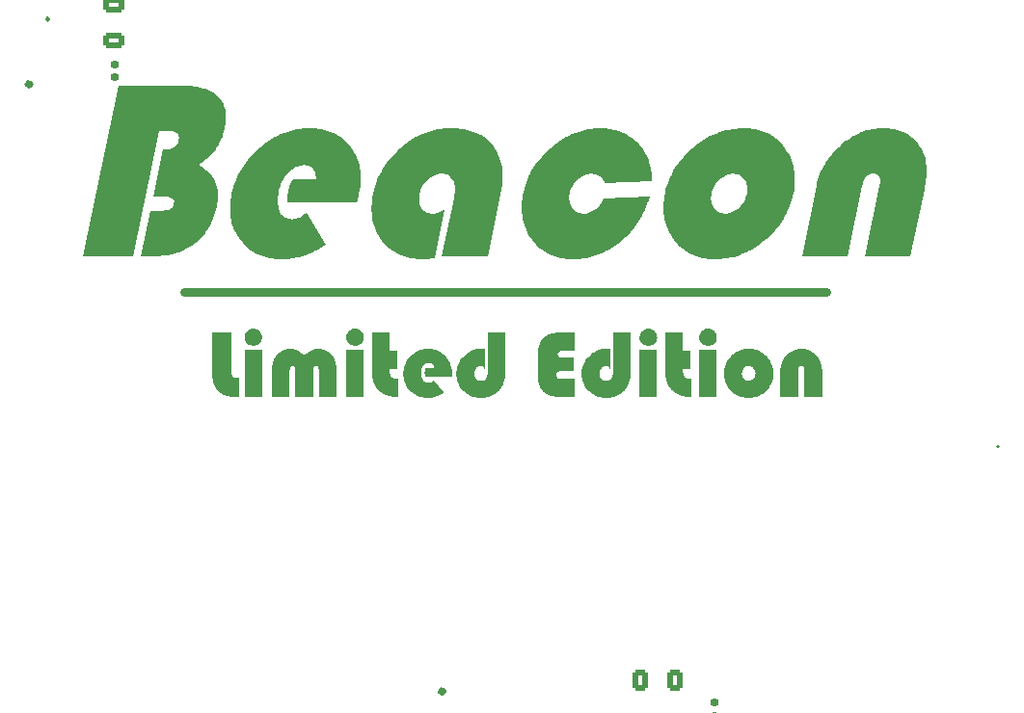
<source format=gto>
G04 #@! TF.GenerationSoftware,KiCad,Pcbnew,7.0.1*
G04 #@! TF.CreationDate,2023-10-11T18:56:37-05:00*
G04 #@! TF.ProjectId,Audio_Board,41756469-6f5f-4426-9f61-72642e6b6963,1*
G04 #@! TF.SameCoordinates,Original*
G04 #@! TF.FileFunction,Legend,Top*
G04 #@! TF.FilePolarity,Positive*
%FSLAX46Y46*%
G04 Gerber Fmt 4.6, Leading zero omitted, Abs format (unit mm)*
G04 Created by KiCad (PCBNEW 7.0.1) date 2023-10-11 18:56:37*
%MOMM*%
%LPD*%
G01*
G04 APERTURE LIST*
G04 Aperture macros list*
%AMRoundRect*
0 Rectangle with rounded corners*
0 $1 Rounding radius*
0 $2 $3 $4 $5 $6 $7 $8 $9 X,Y pos of 4 corners*
0 Add a 4 corners polygon primitive as box body*
4,1,4,$2,$3,$4,$5,$6,$7,$8,$9,$2,$3,0*
0 Add four circle primitives for the rounded corners*
1,1,$1+$1,$2,$3*
1,1,$1+$1,$4,$5*
1,1,$1+$1,$6,$7*
1,1,$1+$1,$8,$9*
0 Add four rect primitives between the rounded corners*
20,1,$1+$1,$2,$3,$4,$5,0*
20,1,$1+$1,$4,$5,$6,$7,0*
20,1,$1+$1,$6,$7,$8,$9,0*
20,1,$1+$1,$8,$9,$2,$3,0*%
G04 Aperture macros list end*
%ADD10C,0.800000*%
%ADD11C,1.000000*%
%ADD12C,0.750000*%
%ADD13C,0.238803*%
%ADD14C,0.200000*%
%ADD15C,0.600000*%
%ADD16C,3.200000*%
%ADD17RoundRect,0.155000X0.155000X-0.212500X0.155000X0.212500X-0.155000X0.212500X-0.155000X-0.212500X0*%
%ADD18RoundRect,0.250000X0.650000X-0.412500X0.650000X0.412500X-0.650000X0.412500X-0.650000X-0.412500X0*%
%ADD19R,0.725000X0.250000*%
%ADD20R,0.775000X0.250000*%
%ADD21RoundRect,0.100000X-0.100000X0.217500X-0.100000X-0.217500X0.100000X-0.217500X0.100000X0.217500X0*%
%ADD22C,0.650000*%
%ADD23RoundRect,0.150000X-0.150000X-0.425000X0.150000X-0.425000X0.150000X0.425000X-0.150000X0.425000X0*%
%ADD24RoundRect,0.075000X-0.075000X-0.500000X0.075000X-0.500000X0.075000X0.500000X-0.075000X0.500000X0*%
%ADD25O,1.000000X2.100000*%
%ADD26O,1.000000X1.800000*%
%ADD27RoundRect,0.155000X-0.212500X-0.155000X0.212500X-0.155000X0.212500X0.155000X-0.212500X0.155000X0*%
%ADD28C,1.300000*%
%ADD29RoundRect,0.155000X0.212500X0.155000X-0.212500X0.155000X-0.212500X-0.155000X0.212500X-0.155000X0*%
%ADD30C,1.000000*%
%ADD31C,2.250000*%
%ADD32RoundRect,0.250000X0.412500X0.650000X-0.412500X0.650000X-0.412500X-0.650000X0.412500X-0.650000X0*%
%ADD33RoundRect,0.100000X0.217500X0.100000X-0.217500X0.100000X-0.217500X-0.100000X0.217500X-0.100000X0*%
%ADD34C,2.704000*%
G04 APERTURE END LIST*
D10*
X243221035Y-49615000D02*
X186826035Y-49615000D01*
D11*
G36*
X181112800Y-31438719D02*
G01*
X186443156Y-31438719D01*
X186734255Y-31442463D01*
X187014532Y-31453694D01*
X187283985Y-31472413D01*
X187542615Y-31498620D01*
X187790422Y-31532314D01*
X188027407Y-31573495D01*
X188253568Y-31622164D01*
X188468906Y-31678321D01*
X188673421Y-31741966D01*
X188867114Y-31813097D01*
X189049983Y-31891717D01*
X189222029Y-31977824D01*
X189383252Y-32071419D01*
X189533652Y-32172501D01*
X189673229Y-32281071D01*
X189801984Y-32397128D01*
X189919915Y-32520673D01*
X190027023Y-32651705D01*
X190123308Y-32790225D01*
X190208770Y-32936233D01*
X190283409Y-33089728D01*
X190347225Y-33250711D01*
X190400218Y-33419181D01*
X190442388Y-33595139D01*
X190473735Y-33778585D01*
X190494259Y-33969518D01*
X190503960Y-34167938D01*
X190502838Y-34373846D01*
X190490893Y-34587242D01*
X190468125Y-34808125D01*
X190434534Y-35036496D01*
X190390120Y-35272355D01*
X190334952Y-35507255D01*
X190268121Y-35737149D01*
X190189627Y-35962035D01*
X190099471Y-36181915D01*
X189997653Y-36396788D01*
X189884171Y-36606653D01*
X189759027Y-36811512D01*
X189622221Y-37011364D01*
X189473752Y-37206209D01*
X189313620Y-37396046D01*
X189141826Y-37580877D01*
X188958369Y-37760701D01*
X188763249Y-37935518D01*
X188556467Y-38105327D01*
X188338022Y-38270130D01*
X188107915Y-38429926D01*
X188365072Y-38566244D01*
X188601164Y-38715324D01*
X188816189Y-38877165D01*
X189010148Y-39051769D01*
X189183042Y-39239133D01*
X189334869Y-39439260D01*
X189465631Y-39652148D01*
X189575326Y-39877798D01*
X189663956Y-40116209D01*
X189731519Y-40367383D01*
X189778017Y-40631318D01*
X189803449Y-40908014D01*
X189807815Y-41197472D01*
X189791115Y-41499692D01*
X189774865Y-41655588D01*
X189753349Y-41814674D01*
X189726566Y-41976951D01*
X189694517Y-42142418D01*
X189636524Y-42395133D01*
X189569037Y-42641345D01*
X189492055Y-42881054D01*
X189405577Y-43114260D01*
X189309605Y-43340963D01*
X189204138Y-43561163D01*
X189089176Y-43774860D01*
X188964719Y-43982055D01*
X188830767Y-44182746D01*
X188687320Y-44376934D01*
X188534378Y-44564620D01*
X188371942Y-44745802D01*
X188200010Y-44920481D01*
X188018583Y-45088658D01*
X187827662Y-45250331D01*
X187627245Y-45405502D01*
X187478227Y-45510889D01*
X187328658Y-45610162D01*
X187178541Y-45703322D01*
X187027873Y-45790368D01*
X186876656Y-45871300D01*
X186724890Y-45946118D01*
X186572574Y-46014823D01*
X186419709Y-46077414D01*
X186266294Y-46133891D01*
X186112329Y-46184255D01*
X186009381Y-46214434D01*
X185850516Y-46255639D01*
X185683133Y-46292790D01*
X185507233Y-46325889D01*
X185322814Y-46354935D01*
X185129877Y-46379928D01*
X184928423Y-46400868D01*
X184718450Y-46417755D01*
X184499960Y-46430589D01*
X184272951Y-46439370D01*
X184037425Y-46444099D01*
X183875675Y-46445000D01*
X183047203Y-46445000D01*
X183879583Y-42443325D01*
X184618173Y-42443325D01*
X184776687Y-42441127D01*
X184959030Y-42432196D01*
X185123817Y-42416397D01*
X185298390Y-42388370D01*
X185470108Y-42343170D01*
X185571697Y-42302641D01*
X185707985Y-42216912D01*
X185827443Y-42088352D01*
X185903524Y-41945531D01*
X185946854Y-41798524D01*
X185956166Y-41624024D01*
X185888755Y-41453664D01*
X185767092Y-41344232D01*
X185585894Y-41264376D01*
X185398071Y-41221786D01*
X185232200Y-41202266D01*
X185044896Y-41193393D01*
X184977699Y-41192801D01*
X184137503Y-41192801D01*
X184993330Y-37089521D01*
X185209978Y-37081965D01*
X185408558Y-37059296D01*
X185589073Y-37021515D01*
X185751521Y-36968621D01*
X185895903Y-36900615D01*
X186060309Y-36786431D01*
X186192597Y-36645381D01*
X186292767Y-36477464D01*
X186360819Y-36282681D01*
X186372814Y-36229787D01*
X186394307Y-36044773D01*
X186376722Y-35884427D01*
X186299785Y-35718686D01*
X186161788Y-35591489D01*
X186007427Y-35517483D01*
X185813986Y-35468146D01*
X185643261Y-35447332D01*
X185450553Y-35440394D01*
X184645529Y-35440394D01*
X182359416Y-46445000D01*
X177994307Y-46445000D01*
X181112800Y-31438719D01*
G37*
G36*
X202004356Y-41693011D02*
G01*
X195908055Y-41693011D01*
X195898987Y-41513904D01*
X195898163Y-41340019D01*
X195905582Y-41171354D01*
X195921244Y-41007909D01*
X195945149Y-40849686D01*
X195954949Y-40798105D01*
X195996165Y-40622727D01*
X196046540Y-40448303D01*
X196106075Y-40274834D01*
X196174768Y-40102318D01*
X196252620Y-39930757D01*
X196339632Y-39760149D01*
X196377001Y-39692173D01*
X198420825Y-39692173D01*
X198419280Y-39468691D01*
X198397057Y-39267191D01*
X198354158Y-39087672D01*
X198290583Y-38930136D01*
X198206330Y-38794581D01*
X198061830Y-38648035D01*
X197929332Y-38563771D01*
X197776158Y-38501489D01*
X197602306Y-38461189D01*
X197407778Y-38442871D01*
X197338341Y-38441650D01*
X197152899Y-38451969D01*
X196971732Y-38482927D01*
X196794839Y-38534523D01*
X196622221Y-38606758D01*
X196453876Y-38699631D01*
X196289806Y-38813143D01*
X196130010Y-38947294D01*
X196012968Y-39061450D01*
X195974489Y-39102083D01*
X195863652Y-39228478D01*
X195759754Y-39361468D01*
X195662793Y-39501053D01*
X195572770Y-39647233D01*
X195489686Y-39800006D01*
X195413539Y-39959375D01*
X195344331Y-40125338D01*
X195282060Y-40297896D01*
X195226728Y-40477048D01*
X195178333Y-40662794D01*
X195149925Y-40790289D01*
X195112899Y-40988183D01*
X195085353Y-41178864D01*
X195067287Y-41362333D01*
X195058700Y-41538588D01*
X195059593Y-41707631D01*
X195069966Y-41869461D01*
X195098542Y-42074014D01*
X195143972Y-42265745D01*
X195206253Y-42444653D01*
X195243714Y-42529298D01*
X195330420Y-42685003D01*
X195430316Y-42819947D01*
X195543400Y-42934131D01*
X195669674Y-43027554D01*
X195809136Y-43100216D01*
X195961788Y-43152117D01*
X196127629Y-43183258D01*
X196306659Y-43193639D01*
X196496634Y-43179518D01*
X196651362Y-43147889D01*
X196808532Y-43098186D01*
X196968145Y-43030408D01*
X197130200Y-42944557D01*
X197294698Y-42840631D01*
X197461638Y-42718632D01*
X197588446Y-42615272D01*
X199300099Y-45393778D01*
X199065779Y-45551361D01*
X198830787Y-45698777D01*
X198595123Y-45836026D01*
X198358787Y-45963108D01*
X198121780Y-46080024D01*
X197884101Y-46186774D01*
X197645751Y-46283357D01*
X197406729Y-46369773D01*
X197167035Y-46446022D01*
X196926670Y-46512105D01*
X196685632Y-46568022D01*
X196443924Y-46613771D01*
X196201543Y-46649354D01*
X195958491Y-46674771D01*
X195714767Y-46690021D01*
X195470372Y-46695104D01*
X195176227Y-46688662D01*
X194890722Y-46669337D01*
X194613858Y-46637127D01*
X194345633Y-46592034D01*
X194086049Y-46534057D01*
X193835105Y-46463196D01*
X193592800Y-46379451D01*
X193359136Y-46282822D01*
X193134112Y-46173310D01*
X192917728Y-46050914D01*
X192709985Y-45915634D01*
X192510881Y-45767470D01*
X192320417Y-45606422D01*
X192138594Y-45432491D01*
X191965410Y-45245676D01*
X191800867Y-45045976D01*
X191648108Y-44836752D01*
X191509302Y-44621360D01*
X191384448Y-44399801D01*
X191273547Y-44172076D01*
X191176598Y-43938183D01*
X191093601Y-43698122D01*
X191024556Y-43451895D01*
X190969464Y-43199501D01*
X190928325Y-42940939D01*
X190901137Y-42676210D01*
X190887903Y-42405314D01*
X190888620Y-42128251D01*
X190903290Y-41845021D01*
X190931912Y-41555624D01*
X190974487Y-41260060D01*
X191031014Y-40958328D01*
X191099814Y-40658398D01*
X191180185Y-40364330D01*
X191272127Y-40076123D01*
X191375640Y-39793778D01*
X191490724Y-39517295D01*
X191617380Y-39246674D01*
X191755606Y-38981915D01*
X191905403Y-38723018D01*
X192066771Y-38469982D01*
X192239710Y-38222808D01*
X192424221Y-37981496D01*
X192620302Y-37746046D01*
X192827954Y-37516458D01*
X193047177Y-37292732D01*
X193161128Y-37183066D01*
X193277971Y-37074867D01*
X193397708Y-36968133D01*
X193520337Y-36862864D01*
X193645042Y-36759962D01*
X193770518Y-36660326D01*
X193896765Y-36563957D01*
X194023782Y-36470854D01*
X194280130Y-36294450D01*
X194539562Y-36131113D01*
X194802077Y-35980842D01*
X195067676Y-35843639D01*
X195336359Y-35719502D01*
X195608125Y-35608433D01*
X195882974Y-35510430D01*
X196160907Y-35425495D01*
X196441924Y-35353627D01*
X196726024Y-35294825D01*
X197013208Y-35249091D01*
X197303475Y-35216423D01*
X197596826Y-35196823D01*
X197893261Y-35190289D01*
X198180628Y-35196746D01*
X198459477Y-35216118D01*
X198729808Y-35248404D01*
X198991621Y-35293604D01*
X199244916Y-35351718D01*
X199489693Y-35422747D01*
X199725952Y-35506690D01*
X199953693Y-35603548D01*
X200172916Y-35713320D01*
X200383622Y-35836006D01*
X200585809Y-35971607D01*
X200779478Y-36120122D01*
X200964630Y-36281551D01*
X201141263Y-36455894D01*
X201309378Y-36643152D01*
X201468976Y-36843325D01*
X201617491Y-37052473D01*
X201752359Y-37267636D01*
X201873579Y-37488813D01*
X201981153Y-37716004D01*
X202075080Y-37949211D01*
X202155359Y-38188431D01*
X202221992Y-38433666D01*
X202274977Y-38684916D01*
X202314316Y-38942180D01*
X202340007Y-39205458D01*
X202352051Y-39474751D01*
X202350448Y-39750059D01*
X202335198Y-40031381D01*
X202306301Y-40318717D01*
X202263757Y-40612068D01*
X202207566Y-40911434D01*
X202170953Y-41072794D01*
X202131362Y-41229926D01*
X202089689Y-41386639D01*
X202040871Y-41563684D01*
X202004356Y-41693011D01*
G37*
G36*
X209706799Y-42314364D02*
G01*
X208815801Y-46589591D01*
X208658302Y-46619988D01*
X208475853Y-46649664D01*
X208300548Y-46671920D01*
X208132386Y-46686758D01*
X207971369Y-46694177D01*
X207893540Y-46695104D01*
X207595640Y-46688693D01*
X207306685Y-46669459D01*
X207026676Y-46637402D01*
X206755612Y-46592522D01*
X206493494Y-46534820D01*
X206240321Y-46464295D01*
X205996093Y-46380947D01*
X205760811Y-46284776D01*
X205534474Y-46175783D01*
X205317083Y-46053967D01*
X205108637Y-45919328D01*
X204909136Y-45771866D01*
X204718581Y-45611582D01*
X204536971Y-45438475D01*
X204364307Y-45252545D01*
X204200588Y-45053792D01*
X204048806Y-44845392D01*
X203910977Y-44630519D01*
X203787100Y-44409174D01*
X203677175Y-44181357D01*
X203581203Y-43947067D01*
X203499183Y-43706304D01*
X203431116Y-43459070D01*
X203377001Y-43205362D01*
X203336838Y-42945183D01*
X203310628Y-42678531D01*
X203298370Y-42405406D01*
X203300065Y-42125809D01*
X203315711Y-41839740D01*
X203345310Y-41547198D01*
X203388862Y-41248183D01*
X203446366Y-40942697D01*
X203514647Y-40645133D01*
X203594438Y-40353278D01*
X203685739Y-40067132D01*
X203788550Y-39786695D01*
X203902871Y-39511968D01*
X204028702Y-39242950D01*
X204166043Y-38979641D01*
X204314894Y-38722041D01*
X204475254Y-38470150D01*
X204647125Y-38223968D01*
X204830505Y-37983496D01*
X205025396Y-37748733D01*
X205231796Y-37519679D01*
X205449707Y-37296334D01*
X205562978Y-37186803D01*
X205679127Y-37078698D01*
X205798154Y-36972022D01*
X205920058Y-36866772D01*
X206043996Y-36763629D01*
X206168636Y-36663760D01*
X206293978Y-36567166D01*
X206420023Y-36473846D01*
X206674218Y-36297030D01*
X206931223Y-36133311D01*
X207191036Y-35982689D01*
X207453658Y-35845165D01*
X207719089Y-35720739D01*
X207987329Y-35609410D01*
X208258377Y-35511178D01*
X208532235Y-35426045D01*
X208808901Y-35354008D01*
X209088376Y-35295069D01*
X209370659Y-35249228D01*
X209655752Y-35216484D01*
X209943653Y-35196838D01*
X210234363Y-35190289D01*
X210395392Y-35191823D01*
X210553634Y-35196426D01*
X210861762Y-35214836D01*
X211158746Y-35245519D01*
X211444586Y-35288475D01*
X211719283Y-35343704D01*
X211982837Y-35411207D01*
X212235246Y-35490983D01*
X212476513Y-35583032D01*
X212706635Y-35687354D01*
X212925614Y-35803949D01*
X213133449Y-35932818D01*
X213330141Y-36073960D01*
X213515690Y-36227375D01*
X213690094Y-36393063D01*
X213853355Y-36571024D01*
X214005473Y-36761259D01*
X214145699Y-36961645D01*
X214272308Y-37171038D01*
X214385301Y-37389436D01*
X214484677Y-37616842D01*
X214570437Y-37853254D01*
X214642580Y-38098672D01*
X214701107Y-38353097D01*
X214746017Y-38616528D01*
X214777311Y-38888965D01*
X214794988Y-39170409D01*
X214799048Y-39460860D01*
X214789492Y-39760317D01*
X214766320Y-40068780D01*
X214749627Y-40226390D01*
X214729531Y-40386250D01*
X214706030Y-40548363D01*
X214679125Y-40712727D01*
X214648816Y-40879342D01*
X214615103Y-41048210D01*
X213493540Y-46445000D01*
X209472325Y-46445000D01*
X210531362Y-41345209D01*
X210565766Y-41164099D01*
X210591309Y-40990064D01*
X210607990Y-40823105D01*
X210615809Y-40663222D01*
X210612451Y-40461050D01*
X210593339Y-40271456D01*
X210558473Y-40094441D01*
X210507854Y-39930005D01*
X210441481Y-39778147D01*
X210361919Y-39640760D01*
X210244778Y-39494787D01*
X210107983Y-39377436D01*
X209951534Y-39288707D01*
X209775431Y-39228600D01*
X209620398Y-39201123D01*
X209452786Y-39191964D01*
X209295433Y-39200146D01*
X209139911Y-39224692D01*
X208986221Y-39265603D01*
X208834363Y-39322878D01*
X208684337Y-39396517D01*
X208536143Y-39486521D01*
X208389780Y-39592889D01*
X208245249Y-39715621D01*
X208109206Y-39849649D01*
X207986352Y-39989905D01*
X207876687Y-40136390D01*
X207780211Y-40289103D01*
X207696924Y-40448044D01*
X207626827Y-40613213D01*
X207569918Y-40784610D01*
X207526198Y-40962236D01*
X207494508Y-41146639D01*
X207477594Y-41322739D01*
X207475457Y-41490533D01*
X207488097Y-41650024D01*
X207524676Y-41837709D01*
X207584344Y-42012419D01*
X207667100Y-42174154D01*
X207686422Y-42204944D01*
X207794480Y-42345670D01*
X207918376Y-42462544D01*
X208058110Y-42555566D01*
X208213681Y-42624736D01*
X208385090Y-42670055D01*
X208572336Y-42691521D01*
X208651670Y-42693429D01*
X208816533Y-42684175D01*
X208981397Y-42656411D01*
X209146261Y-42610139D01*
X209311125Y-42545357D01*
X209475989Y-42462067D01*
X209640853Y-42360267D01*
X209706799Y-42314364D01*
G37*
G36*
X223689213Y-41376472D02*
G01*
X227706519Y-41224064D01*
X227618256Y-41519690D01*
X227520529Y-41808660D01*
X227413336Y-42090974D01*
X227296680Y-42366632D01*
X227170559Y-42635635D01*
X227034974Y-42897983D01*
X226889924Y-43153674D01*
X226735410Y-43402711D01*
X226571431Y-43645091D01*
X226397988Y-43880816D01*
X226215081Y-44109885D01*
X226022709Y-44332299D01*
X225820873Y-44548057D01*
X225609573Y-44757159D01*
X225388808Y-44959606D01*
X225158578Y-45155397D01*
X224922685Y-45341846D01*
X224683953Y-45516266D01*
X224442382Y-45678657D01*
X224197971Y-45829019D01*
X223950721Y-45967352D01*
X223700631Y-46093656D01*
X223447703Y-46207931D01*
X223191935Y-46310177D01*
X222933327Y-46400395D01*
X222671881Y-46478583D01*
X222407595Y-46544742D01*
X222140469Y-46598872D01*
X221870505Y-46640974D01*
X221597701Y-46671046D01*
X221322057Y-46689090D01*
X221043575Y-46695104D01*
X220752285Y-46688494D01*
X220469482Y-46668665D01*
X220195167Y-46635616D01*
X219929339Y-46589347D01*
X219671998Y-46529859D01*
X219423145Y-46457151D01*
X219182780Y-46371223D01*
X218950902Y-46272076D01*
X218727511Y-46159709D01*
X218512608Y-46034122D01*
X218306192Y-45895316D01*
X218108264Y-45743290D01*
X217918823Y-45578044D01*
X217737870Y-45399579D01*
X217565404Y-45207894D01*
X217401425Y-45002990D01*
X217249155Y-44788010D01*
X217110837Y-44567077D01*
X216986472Y-44340191D01*
X216876059Y-44107351D01*
X216779598Y-43868558D01*
X216697090Y-43623811D01*
X216628534Y-43373111D01*
X216573931Y-43116458D01*
X216533279Y-42853851D01*
X216506581Y-42585291D01*
X216493834Y-42310777D01*
X216495040Y-42030310D01*
X216510198Y-41743890D01*
X216539309Y-41451516D01*
X216582372Y-41153188D01*
X216639388Y-40848907D01*
X216705837Y-40559434D01*
X216784040Y-40275242D01*
X216873998Y-39996332D01*
X216975710Y-39722704D01*
X217089176Y-39454357D01*
X217214396Y-39191292D01*
X217351371Y-38933509D01*
X217500099Y-38681008D01*
X217660582Y-38433788D01*
X217832819Y-38191851D01*
X218016810Y-37955194D01*
X218212556Y-37723820D01*
X218420055Y-37497728D01*
X218639309Y-37276917D01*
X218753344Y-37168492D01*
X218870317Y-37061388D01*
X218990229Y-36955604D01*
X219113079Y-36851140D01*
X219237941Y-36748959D01*
X219363398Y-36650022D01*
X219489450Y-36554328D01*
X219616097Y-36461878D01*
X219871178Y-36286711D01*
X220128641Y-36124518D01*
X220388485Y-35975301D01*
X220650710Y-35839059D01*
X220915317Y-35715793D01*
X221182305Y-35605502D01*
X221451674Y-35508186D01*
X221723425Y-35423846D01*
X221997557Y-35352482D01*
X222274070Y-35294092D01*
X222552965Y-35248678D01*
X222834241Y-35216240D01*
X223117899Y-35196777D01*
X223403938Y-35190289D01*
X223652119Y-35195403D01*
X223894499Y-35210744D01*
X224131079Y-35236314D01*
X224361858Y-35272110D01*
X224586836Y-35318135D01*
X224806014Y-35374387D01*
X225019390Y-35440867D01*
X225226966Y-35517575D01*
X225428741Y-35604510D01*
X225624716Y-35701673D01*
X225814889Y-35809063D01*
X225999262Y-35926681D01*
X226177834Y-36054527D01*
X226350605Y-36192601D01*
X226517576Y-36340902D01*
X226678746Y-36499431D01*
X226832344Y-36665409D01*
X226975623Y-36837035D01*
X227108582Y-37014310D01*
X227231223Y-37197233D01*
X227343544Y-37385803D01*
X227445546Y-37580022D01*
X227537229Y-37779889D01*
X227618592Y-37985404D01*
X227689636Y-38196567D01*
X227750361Y-38413379D01*
X227800767Y-38635838D01*
X227840853Y-38863946D01*
X227870620Y-39097701D01*
X227890068Y-39337105D01*
X227899197Y-39582157D01*
X227898006Y-39832857D01*
X223790818Y-39989173D01*
X223719457Y-39846703D01*
X223612021Y-39678541D01*
X223490541Y-39535293D01*
X223355016Y-39416957D01*
X223205448Y-39323534D01*
X223041836Y-39255024D01*
X222864180Y-39211427D01*
X222672480Y-39192742D01*
X222622360Y-39191964D01*
X222453589Y-39199596D01*
X222289213Y-39222494D01*
X222129234Y-39260657D01*
X221973651Y-39314085D01*
X221822465Y-39382779D01*
X221675675Y-39466737D01*
X221533282Y-39565961D01*
X221395284Y-39680450D01*
X221265530Y-39806601D01*
X221147866Y-39940812D01*
X221042292Y-40083084D01*
X220948808Y-40233415D01*
X220867414Y-40391807D01*
X220798111Y-40558258D01*
X220740897Y-40732770D01*
X220695773Y-40915341D01*
X220664815Y-41100111D01*
X220650099Y-41277309D01*
X220651626Y-41446936D01*
X220669395Y-41608991D01*
X220703405Y-41763475D01*
X220768759Y-41945932D01*
X220859492Y-42116558D01*
X220902891Y-42181496D01*
X221024573Y-42328977D01*
X221162475Y-42451461D01*
X221316596Y-42548948D01*
X221486936Y-42621439D01*
X221673496Y-42668933D01*
X221834422Y-42688930D01*
X221961928Y-42693429D01*
X222151086Y-42681855D01*
X222334612Y-42647130D01*
X222512505Y-42589256D01*
X222684764Y-42508232D01*
X222851391Y-42404059D01*
X223012386Y-42276736D01*
X223167747Y-42126263D01*
X223317476Y-41952641D01*
X223414165Y-41824032D01*
X223508351Y-41685134D01*
X223600034Y-41535947D01*
X223689213Y-41376472D01*
G37*
G36*
X236279932Y-35196899D02*
G01*
X236552995Y-35216728D01*
X236818243Y-35249778D01*
X237075675Y-35296046D01*
X237325291Y-35355535D01*
X237567092Y-35428243D01*
X237801076Y-35514170D01*
X238027245Y-35613318D01*
X238245598Y-35725685D01*
X238456136Y-35851271D01*
X238658857Y-35990078D01*
X238853763Y-36142103D01*
X239040853Y-36307349D01*
X239220127Y-36485814D01*
X239391586Y-36677499D01*
X239555228Y-36882404D01*
X239708048Y-37096055D01*
X239847038Y-37314958D01*
X239972197Y-37539112D01*
X240083526Y-37768517D01*
X240181024Y-38003173D01*
X240264693Y-38243080D01*
X240334531Y-38488239D01*
X240390539Y-38738649D01*
X240432717Y-38994310D01*
X240461064Y-39255223D01*
X240475581Y-39521386D01*
X240476268Y-39792801D01*
X240463125Y-40069467D01*
X240436151Y-40351385D01*
X240395348Y-40638553D01*
X240340713Y-40930973D01*
X240272799Y-41227636D01*
X240193130Y-41518743D01*
X240101707Y-41804294D01*
X239998529Y-42084288D01*
X239883598Y-42358725D01*
X239756912Y-42627606D01*
X239618472Y-42890930D01*
X239468278Y-43148698D01*
X239306330Y-43400909D01*
X239132627Y-43647564D01*
X238947171Y-43888662D01*
X238749960Y-44124204D01*
X238540995Y-44354189D01*
X238432104Y-44467098D01*
X238320276Y-44578618D01*
X238205508Y-44688748D01*
X238087802Y-44797490D01*
X237967158Y-44904842D01*
X237843575Y-45010806D01*
X237718198Y-45114429D01*
X237592172Y-45214764D01*
X237465498Y-45311808D01*
X237338175Y-45405563D01*
X237210203Y-45496028D01*
X236952313Y-45667090D01*
X236691828Y-45824993D01*
X236428748Y-45969737D01*
X236163073Y-46101323D01*
X235894803Y-46219750D01*
X235623938Y-46325019D01*
X235350477Y-46417129D01*
X235074422Y-46496081D01*
X234795771Y-46561874D01*
X234514526Y-46614508D01*
X234230685Y-46653984D01*
X233944249Y-46680301D01*
X233655218Y-46693459D01*
X233509730Y-46695104D01*
X233222118Y-46688510D01*
X232942537Y-46668726D01*
X232670984Y-46635753D01*
X232407462Y-46589591D01*
X232151968Y-46530240D01*
X231904504Y-46457700D01*
X231665070Y-46371971D01*
X231433665Y-46273053D01*
X231210290Y-46160945D01*
X230994944Y-46035648D01*
X230787628Y-45897163D01*
X230588341Y-45745488D01*
X230397083Y-45580624D01*
X230213856Y-45402571D01*
X230038657Y-45211329D01*
X229871488Y-45006898D01*
X229715829Y-44792681D01*
X229574183Y-44573061D01*
X229446551Y-44348037D01*
X229332933Y-44117609D01*
X229233327Y-43881778D01*
X229147735Y-43640542D01*
X229076157Y-43393903D01*
X229018592Y-43141859D01*
X228975041Y-42884412D01*
X228945502Y-42621561D01*
X228929978Y-42353306D01*
X228928466Y-42079647D01*
X228940969Y-41800584D01*
X228967484Y-41516118D01*
X228998927Y-41291231D01*
X233105263Y-41291231D01*
X233106240Y-41455790D01*
X233122849Y-41613876D01*
X233165591Y-41802382D01*
X233232758Y-41980775D01*
X233324349Y-42149054D01*
X233345598Y-42181496D01*
X233462472Y-42328977D01*
X233593276Y-42451461D01*
X233738009Y-42548948D01*
X233896671Y-42621439D01*
X234069263Y-42668933D01*
X234255785Y-42691430D01*
X234334293Y-42693429D01*
X234494211Y-42685430D01*
X234651565Y-42661434D01*
X234806354Y-42621439D01*
X234958578Y-42565446D01*
X235108238Y-42493456D01*
X235255333Y-42405467D01*
X235399864Y-42301481D01*
X235541830Y-42181496D01*
X235676103Y-42049300D01*
X235797552Y-41910631D01*
X235906179Y-41765490D01*
X236001984Y-41613876D01*
X236084965Y-41455790D01*
X236155124Y-41291231D01*
X236212460Y-41120200D01*
X236256973Y-40942697D01*
X236287259Y-40762568D01*
X236301914Y-40589521D01*
X236300937Y-40423558D01*
X236284328Y-40264678D01*
X236241586Y-40076039D01*
X236174419Y-39898467D01*
X236082828Y-39731962D01*
X236061579Y-39699989D01*
X235946479Y-39553634D01*
X235816115Y-39432085D01*
X235670485Y-39335342D01*
X235509590Y-39263405D01*
X235333430Y-39216274D01*
X235142004Y-39193948D01*
X235061160Y-39191964D01*
X234901303Y-39199902D01*
X234744133Y-39223715D01*
X234589649Y-39263405D01*
X234437852Y-39318970D01*
X234288742Y-39390411D01*
X234142319Y-39477728D01*
X233998582Y-39580921D01*
X233857531Y-39699989D01*
X233725091Y-39830537D01*
X233605228Y-39968168D01*
X233497945Y-40112882D01*
X233403240Y-40264678D01*
X233321113Y-40423558D01*
X233251565Y-40589521D01*
X233194595Y-40762568D01*
X233150204Y-40942697D01*
X233119918Y-41120200D01*
X233105263Y-41291231D01*
X228998927Y-41291231D01*
X229008013Y-41226247D01*
X229062556Y-40930973D01*
X229131417Y-40630631D01*
X229211971Y-40336303D01*
X229304219Y-40047989D01*
X229408159Y-39765690D01*
X229523793Y-39489406D01*
X229651120Y-39219136D01*
X229790140Y-38954880D01*
X229940853Y-38696639D01*
X230103259Y-38444413D01*
X230277359Y-38198201D01*
X230463151Y-37958003D01*
X230660637Y-37723820D01*
X230869815Y-37495652D01*
X231090687Y-37273497D01*
X231205508Y-37164676D01*
X231323252Y-37057358D01*
X231443920Y-36951543D01*
X231567510Y-36847233D01*
X231692983Y-36745292D01*
X231819294Y-36646587D01*
X231946446Y-36551119D01*
X232074436Y-36458886D01*
X232203267Y-36369890D01*
X232463447Y-36201607D01*
X232726985Y-36046269D01*
X232993881Y-35903875D01*
X233264136Y-35774426D01*
X233537749Y-35657923D01*
X233814720Y-35554364D01*
X234095050Y-35463750D01*
X234378738Y-35386080D01*
X234665784Y-35321356D01*
X234956189Y-35269576D01*
X235249952Y-35230742D01*
X235547074Y-35204852D01*
X235847553Y-35191907D01*
X235999053Y-35190289D01*
X236279932Y-35196899D01*
G37*
G36*
X250637992Y-46445000D02*
G01*
X246616778Y-46445000D01*
X247910288Y-40231461D01*
X247941967Y-40045692D01*
X247956404Y-39878195D01*
X247948832Y-39683289D01*
X247910608Y-39520867D01*
X247819723Y-39363522D01*
X247680944Y-39256933D01*
X247494270Y-39201100D01*
X247359276Y-39191964D01*
X247179147Y-39208206D01*
X247015871Y-39256933D01*
X246869447Y-39338143D01*
X246739876Y-39451838D01*
X246627158Y-39598018D01*
X246531293Y-39776681D01*
X246470453Y-39931997D01*
X246419094Y-40105585D01*
X246390120Y-40231461D01*
X245096610Y-46445000D01*
X241079304Y-46445000D01*
X242357182Y-40305711D01*
X242417755Y-40038723D01*
X242488097Y-39777048D01*
X242568208Y-39520684D01*
X242658090Y-39269633D01*
X242757741Y-39023894D01*
X242867162Y-38783468D01*
X242986352Y-38548353D01*
X243115312Y-38318551D01*
X243254042Y-38094062D01*
X243402542Y-37874884D01*
X243560811Y-37661019D01*
X243728850Y-37452466D01*
X243906659Y-37249226D01*
X244094238Y-37051297D01*
X244291586Y-36858681D01*
X244498704Y-36671378D01*
X244711928Y-36492027D01*
X244927594Y-36324248D01*
X245145703Y-36168039D01*
X245366254Y-36023401D01*
X245589248Y-35890335D01*
X245814684Y-35768839D01*
X246042563Y-35658915D01*
X246272884Y-35560561D01*
X246505647Y-35473779D01*
X246740853Y-35398567D01*
X246978501Y-35334927D01*
X247218592Y-35282857D01*
X247461125Y-35242359D01*
X247706101Y-35213431D01*
X247953519Y-35196075D01*
X248203379Y-35190289D01*
X248486121Y-35196991D01*
X248758910Y-35217095D01*
X249021745Y-35250602D01*
X249274628Y-35297512D01*
X249517558Y-35357824D01*
X249750536Y-35431540D01*
X249973560Y-35518658D01*
X250186631Y-35619180D01*
X250389750Y-35733104D01*
X250582915Y-35860430D01*
X250766128Y-36001160D01*
X250939388Y-36155293D01*
X251102694Y-36322828D01*
X251256048Y-36503766D01*
X251399450Y-36698107D01*
X251532898Y-36905851D01*
X251628916Y-37077981D01*
X251714737Y-37258293D01*
X251790360Y-37446788D01*
X251855787Y-37643464D01*
X251911016Y-37848323D01*
X251956048Y-38061364D01*
X251990884Y-38282587D01*
X252015522Y-38511992D01*
X252029962Y-38749579D01*
X252034206Y-38995348D01*
X252028253Y-39249300D01*
X252012102Y-39511434D01*
X251985754Y-39781749D01*
X251949210Y-40060247D01*
X251902468Y-40346927D01*
X251845529Y-40641789D01*
X250637992Y-46445000D01*
G37*
D12*
G36*
X189320930Y-53167644D02*
G01*
X190993016Y-53167644D01*
X190993016Y-56501559D01*
X190994124Y-56572893D01*
X190997447Y-56639616D01*
X191002985Y-56701727D01*
X191013816Y-56777370D01*
X191028585Y-56844815D01*
X191047293Y-56904063D01*
X191076215Y-56966596D01*
X191111292Y-57016320D01*
X191119046Y-57024727D01*
X191164405Y-57062301D01*
X191221714Y-57093507D01*
X191290972Y-57118343D01*
X191354983Y-57133628D01*
X191426641Y-57144836D01*
X191485404Y-57150568D01*
X191548469Y-57154007D01*
X191615836Y-57155153D01*
X191702298Y-57155153D01*
X191702298Y-58795000D01*
X191256799Y-58795000D01*
X191144067Y-58792910D01*
X191034484Y-58786642D01*
X190928050Y-58776195D01*
X190824764Y-58761569D01*
X190724626Y-58742764D01*
X190627637Y-58719780D01*
X190533796Y-58692618D01*
X190443104Y-58661277D01*
X190355560Y-58625756D01*
X190271164Y-58586057D01*
X190189917Y-58542180D01*
X190111819Y-58494123D01*
X190036869Y-58441887D01*
X189965067Y-58385473D01*
X189896414Y-58324880D01*
X189830909Y-58260108D01*
X189769154Y-58191437D01*
X189711383Y-58119515D01*
X189657596Y-58044342D01*
X189607793Y-57965917D01*
X189561975Y-57884241D01*
X189520140Y-57799313D01*
X189482290Y-57711134D01*
X189448425Y-57619703D01*
X189418543Y-57525021D01*
X189392646Y-57427087D01*
X189370732Y-57325902D01*
X189352804Y-57221465D01*
X189338859Y-57113777D01*
X189328898Y-57002837D01*
X189322922Y-56888646D01*
X189320930Y-56771203D01*
X189320930Y-53167644D01*
G37*
G36*
X193674803Y-54668272D02*
G01*
X193674803Y-58795000D01*
X192134607Y-58795000D01*
X192134607Y-54668272D01*
X193674803Y-54668272D01*
G37*
G36*
X192908369Y-52792487D02*
G01*
X192985443Y-52795991D01*
X193059860Y-52806501D01*
X193131622Y-52824018D01*
X193200727Y-52848541D01*
X193267177Y-52880071D01*
X193330970Y-52918608D01*
X193392107Y-52964152D01*
X193436217Y-53002908D01*
X193450588Y-53016702D01*
X193491443Y-53059464D01*
X193539666Y-53118723D01*
X193580745Y-53180547D01*
X193614679Y-53244936D01*
X193641469Y-53311889D01*
X193661116Y-53381406D01*
X193673618Y-53453489D01*
X193678976Y-53528135D01*
X193679199Y-53547198D01*
X193677293Y-53607442D01*
X193668821Y-53684561D01*
X193653571Y-53758017D01*
X193631543Y-53827810D01*
X193602738Y-53893939D01*
X193567155Y-53956404D01*
X193524794Y-54015205D01*
X193475655Y-54070343D01*
X193462312Y-54083555D01*
X193406533Y-54132671D01*
X193346907Y-54175238D01*
X193283434Y-54211256D01*
X193216115Y-54240725D01*
X193144948Y-54263646D01*
X193069935Y-54280018D01*
X193011151Y-54287999D01*
X192950203Y-54292297D01*
X192908369Y-54293115D01*
X192845965Y-54291274D01*
X192785700Y-54285748D01*
X192727572Y-54276539D01*
X192653395Y-54258530D01*
X192583019Y-54233972D01*
X192516443Y-54202865D01*
X192453669Y-54165210D01*
X192394696Y-54121006D01*
X192352961Y-54083555D01*
X192302471Y-54029333D01*
X192258713Y-53971448D01*
X192221688Y-53909898D01*
X192191394Y-53844685D01*
X192167832Y-53775809D01*
X192151002Y-53703269D01*
X192140904Y-53627065D01*
X192137749Y-53567508D01*
X192137538Y-53547198D01*
X192141110Y-53471910D01*
X192151827Y-53399187D01*
X192169687Y-53329028D01*
X192194691Y-53261434D01*
X192226840Y-53196404D01*
X192266132Y-53133939D01*
X192312569Y-53074038D01*
X192366150Y-53016702D01*
X192409761Y-52976633D01*
X192470234Y-52929337D01*
X192533363Y-52889049D01*
X192599149Y-52855767D01*
X192667590Y-52829492D01*
X192738688Y-52810223D01*
X192812441Y-52797961D01*
X192888851Y-52792706D01*
X192908369Y-52792487D01*
G37*
G36*
X200204880Y-58795000D02*
G01*
X198663219Y-58795000D01*
X198663219Y-56568970D01*
X198662372Y-56502040D01*
X198659830Y-56440468D01*
X198654270Y-56371038D01*
X198646063Y-56309979D01*
X198632719Y-56247760D01*
X198612333Y-56190409D01*
X198608997Y-56183555D01*
X198572366Y-56131133D01*
X198521825Y-56095868D01*
X198465222Y-56078924D01*
X198415556Y-56075111D01*
X198354763Y-56082896D01*
X198290170Y-56114524D01*
X198247614Y-56157343D01*
X198213165Y-56215732D01*
X198186821Y-56289692D01*
X198172382Y-56355380D01*
X198162503Y-56429826D01*
X198157184Y-56513031D01*
X198156171Y-56573367D01*
X198156171Y-58795000D01*
X196614510Y-58795000D01*
X196614510Y-56568970D01*
X196613640Y-56502040D01*
X196611029Y-56440468D01*
X196605319Y-56371038D01*
X196596890Y-56309979D01*
X196583186Y-56247760D01*
X196562248Y-56190409D01*
X196558822Y-56183555D01*
X196520775Y-56131133D01*
X196469281Y-56095868D01*
X196412219Y-56078924D01*
X196362451Y-56075111D01*
X196302688Y-56082896D01*
X196239190Y-56114524D01*
X196197355Y-56157343D01*
X196163490Y-56215732D01*
X196137592Y-56289692D01*
X196123398Y-56355380D01*
X196113687Y-56429826D01*
X196108458Y-56513031D01*
X196107462Y-56573367D01*
X196107462Y-58795000D01*
X194567266Y-58795000D01*
X194567266Y-56253897D01*
X194569081Y-56167160D01*
X194574525Y-56082072D01*
X194583598Y-55998633D01*
X194596301Y-55916842D01*
X194612632Y-55836700D01*
X194632594Y-55758206D01*
X194656184Y-55681361D01*
X194683404Y-55606165D01*
X194714253Y-55532617D01*
X194748731Y-55460718D01*
X194786839Y-55390468D01*
X194828575Y-55321866D01*
X194873942Y-55254913D01*
X194922937Y-55189609D01*
X194975562Y-55125953D01*
X195031816Y-55063946D01*
X195090841Y-55004675D01*
X195151411Y-54949228D01*
X195213527Y-54897605D01*
X195277189Y-54849806D01*
X195342396Y-54805831D01*
X195409148Y-54765679D01*
X195477447Y-54729352D01*
X195547291Y-54696849D01*
X195618680Y-54668169D01*
X195691615Y-54643314D01*
X195766096Y-54622282D01*
X195842122Y-54605075D01*
X195919694Y-54591691D01*
X195998812Y-54582131D01*
X196079475Y-54576395D01*
X196161683Y-54574483D01*
X196246680Y-54576784D01*
X196330577Y-54583688D01*
X196413376Y-54595194D01*
X196495075Y-54611303D01*
X196575675Y-54632014D01*
X196655176Y-54657327D01*
X196733578Y-54687243D01*
X196810881Y-54721762D01*
X196887085Y-54760882D01*
X196962189Y-54804606D01*
X197036195Y-54852931D01*
X197109101Y-54905860D01*
X197180909Y-54963390D01*
X197251617Y-55025523D01*
X197321226Y-55092259D01*
X197389737Y-55163597D01*
X197465396Y-55092259D01*
X197541068Y-55025523D01*
X197616751Y-54963390D01*
X197692445Y-54905860D01*
X197768151Y-54852931D01*
X197843868Y-54804606D01*
X197919597Y-54760882D01*
X197995337Y-54721762D01*
X198071088Y-54687243D01*
X198146851Y-54657327D01*
X198222626Y-54632014D01*
X198298412Y-54611303D01*
X198374209Y-54595194D01*
X198450018Y-54583688D01*
X198525838Y-54576784D01*
X198601670Y-54574483D01*
X198696833Y-54576693D01*
X198789614Y-54583322D01*
X198880015Y-54594370D01*
X198968034Y-54609837D01*
X199053671Y-54629724D01*
X199136928Y-54654030D01*
X199217803Y-54682755D01*
X199296296Y-54715900D01*
X199372408Y-54753463D01*
X199446139Y-54795447D01*
X199517489Y-54841849D01*
X199586457Y-54892670D01*
X199653043Y-54947911D01*
X199717249Y-55007571D01*
X199779073Y-55071651D01*
X199838515Y-55140150D01*
X199882880Y-55196867D01*
X199924382Y-55256745D01*
X199963022Y-55319783D01*
X199998800Y-55385980D01*
X200031715Y-55455337D01*
X200061769Y-55527855D01*
X200088960Y-55603532D01*
X200113289Y-55682369D01*
X200134755Y-55764366D01*
X200153360Y-55849522D01*
X200169102Y-55937839D01*
X200181982Y-56029316D01*
X200192000Y-56123952D01*
X200199155Y-56221748D01*
X200203448Y-56322705D01*
X200204880Y-56426821D01*
X200204880Y-58795000D01*
G37*
G36*
X202614091Y-54668272D02*
G01*
X202614091Y-58795000D01*
X201073896Y-58795000D01*
X201073896Y-54668272D01*
X202614091Y-54668272D01*
G37*
G36*
X201847657Y-52792487D02*
G01*
X201924731Y-52795991D01*
X201999149Y-52806501D01*
X202070910Y-52824018D01*
X202140016Y-52848541D01*
X202206465Y-52880071D01*
X202270258Y-52918608D01*
X202331395Y-52964152D01*
X202375505Y-53002908D01*
X202389876Y-53016702D01*
X202430731Y-53059464D01*
X202478954Y-53118723D01*
X202520033Y-53180547D01*
X202553967Y-53244936D01*
X202580758Y-53311889D01*
X202600404Y-53381406D01*
X202612906Y-53453489D01*
X202618264Y-53528135D01*
X202618487Y-53547198D01*
X202616581Y-53607442D01*
X202608109Y-53684561D01*
X202592859Y-53758017D01*
X202570831Y-53827810D01*
X202542026Y-53893939D01*
X202506443Y-53956404D01*
X202464082Y-54015205D01*
X202414943Y-54070343D01*
X202401600Y-54083555D01*
X202345821Y-54132671D01*
X202286195Y-54175238D01*
X202222722Y-54211256D01*
X202155403Y-54240725D01*
X202084237Y-54263646D01*
X202009224Y-54280018D01*
X201950439Y-54287999D01*
X201889491Y-54292297D01*
X201847657Y-54293115D01*
X201785253Y-54291274D01*
X201724988Y-54285748D01*
X201666860Y-54276539D01*
X201592683Y-54258530D01*
X201522307Y-54233972D01*
X201455732Y-54202865D01*
X201392957Y-54165210D01*
X201333984Y-54121006D01*
X201292249Y-54083555D01*
X201241759Y-54029333D01*
X201198002Y-53971448D01*
X201160976Y-53909898D01*
X201130682Y-53844685D01*
X201107120Y-53775809D01*
X201090290Y-53703269D01*
X201080193Y-53627065D01*
X201077037Y-53567508D01*
X201076827Y-53547198D01*
X201080399Y-53471910D01*
X201091115Y-53399187D01*
X201108975Y-53329028D01*
X201133979Y-53261434D01*
X201166128Y-53196404D01*
X201205420Y-53133939D01*
X201251857Y-53074038D01*
X201305438Y-53016702D01*
X201349050Y-52976633D01*
X201409523Y-52929337D01*
X201472652Y-52889049D01*
X201538437Y-52855767D01*
X201606878Y-52829492D01*
X201677976Y-52810223D01*
X201751730Y-52797961D01*
X201828139Y-52792706D01*
X201847657Y-52792487D01*
G37*
G36*
X204878222Y-53167644D02*
G01*
X204878222Y-54762062D01*
X205571383Y-54762062D01*
X205571383Y-56356479D01*
X204878222Y-56356479D01*
X204878823Y-56417015D01*
X204881979Y-56503332D01*
X204887839Y-56584266D01*
X204896404Y-56659816D01*
X204907674Y-56729982D01*
X204921649Y-56794764D01*
X204938329Y-56854162D01*
X204964776Y-56924985D01*
X204996031Y-56986236D01*
X205032095Y-57037916D01*
X205074937Y-57081537D01*
X205125793Y-57119341D01*
X205184663Y-57151329D01*
X205251547Y-57177501D01*
X205326446Y-57197857D01*
X205387879Y-57209308D01*
X205453821Y-57217486D01*
X205524270Y-57222394D01*
X205599227Y-57224030D01*
X205599227Y-58850687D01*
X205543082Y-58826324D01*
X205483977Y-58805658D01*
X205425540Y-58795054D01*
X205421907Y-58795000D01*
X205356740Y-58794072D01*
X205292031Y-58791290D01*
X205227780Y-58786653D01*
X205163986Y-58780162D01*
X205100651Y-58771816D01*
X205037774Y-58761615D01*
X204975355Y-58749559D01*
X204913393Y-58735648D01*
X204851890Y-58719883D01*
X204790844Y-58702264D01*
X204730257Y-58682789D01*
X204670127Y-58661460D01*
X204610456Y-58638276D01*
X204551242Y-58613237D01*
X204492486Y-58586344D01*
X204434189Y-58557595D01*
X204377019Y-58527078D01*
X204321280Y-58495245D01*
X204266972Y-58462095D01*
X204214095Y-58427628D01*
X204162650Y-58391844D01*
X204112635Y-58354744D01*
X204064052Y-58316327D01*
X204016900Y-58276594D01*
X203971179Y-58235544D01*
X203926889Y-58193177D01*
X203884030Y-58149494D01*
X203842602Y-58104494D01*
X203802605Y-58058178D01*
X203764040Y-58010545D01*
X203726905Y-57961595D01*
X203691202Y-57911329D01*
X203648257Y-57844971D01*
X203608083Y-57775957D01*
X203570680Y-57704287D01*
X203536047Y-57629961D01*
X203504184Y-57552979D01*
X203475093Y-57473340D01*
X203448772Y-57391046D01*
X203425222Y-57306095D01*
X203404442Y-57218488D01*
X203386433Y-57128225D01*
X203371194Y-57035306D01*
X203358726Y-56939731D01*
X203349029Y-56841499D01*
X203342103Y-56740612D01*
X203337947Y-56637068D01*
X203336561Y-56530868D01*
X203336561Y-53167644D01*
X204878222Y-53167644D01*
G37*
G36*
X210353170Y-57013004D02*
G01*
X208015766Y-57013004D01*
X207997837Y-56945839D01*
X207983617Y-56880632D01*
X207973107Y-56817382D01*
X207966307Y-56756091D01*
X207963215Y-56696757D01*
X207963009Y-56677414D01*
X207964798Y-56611647D01*
X207970165Y-56546238D01*
X207979109Y-56481187D01*
X207991632Y-56416494D01*
X208007732Y-56352158D01*
X208027409Y-56288181D01*
X208036282Y-56262690D01*
X208820302Y-56262690D01*
X208801823Y-56178884D01*
X208777162Y-56103321D01*
X208746319Y-56036002D01*
X208709293Y-55976926D01*
X208666085Y-55926092D01*
X208616695Y-55883503D01*
X208561122Y-55849156D01*
X208499367Y-55823053D01*
X208431429Y-55805192D01*
X208357309Y-55795575D01*
X208304461Y-55793743D01*
X208234302Y-55797613D01*
X208167441Y-55809222D01*
X208103876Y-55828571D01*
X208043610Y-55855659D01*
X207986640Y-55890486D01*
X207932968Y-55933053D01*
X207882592Y-55983360D01*
X207835515Y-56041406D01*
X207792925Y-56105153D01*
X207756014Y-56173297D01*
X207732057Y-56227290D01*
X207711294Y-56283756D01*
X207693726Y-56342694D01*
X207679352Y-56404106D01*
X207668172Y-56467991D01*
X207660186Y-56534349D01*
X207655395Y-56603179D01*
X207653798Y-56674483D01*
X207655331Y-56748693D01*
X207659929Y-56820199D01*
X207667592Y-56888999D01*
X207678321Y-56955095D01*
X207692116Y-57018486D01*
X207708976Y-57079173D01*
X207728901Y-57137154D01*
X207751892Y-57192431D01*
X207777948Y-57245002D01*
X207817458Y-57310891D01*
X207828187Y-57326612D01*
X207873845Y-57385001D01*
X207922892Y-57435605D01*
X207975328Y-57478424D01*
X208031153Y-57513457D01*
X208090367Y-57540706D01*
X208152969Y-57560169D01*
X208218961Y-57571847D01*
X208288341Y-57575739D01*
X208360268Y-57570444D01*
X208431337Y-57554559D01*
X208487574Y-57534226D01*
X208543262Y-57507115D01*
X208598400Y-57473226D01*
X208652988Y-57432559D01*
X208707027Y-57385115D01*
X208733840Y-57358852D01*
X209611649Y-58400792D01*
X209534363Y-58459885D01*
X209456012Y-58515166D01*
X209376597Y-58566634D01*
X209296117Y-58614290D01*
X209214573Y-58658134D01*
X209131963Y-58698165D01*
X209048289Y-58734383D01*
X208963550Y-58766789D01*
X208877747Y-58795383D01*
X208790878Y-58820164D01*
X208702945Y-58841133D01*
X208613947Y-58858289D01*
X208523884Y-58871633D01*
X208432757Y-58881164D01*
X208340565Y-58886883D01*
X208247308Y-58888789D01*
X208133964Y-58886373D01*
X208022910Y-58879126D01*
X207914146Y-58867047D01*
X207807671Y-58850137D01*
X207703486Y-58828396D01*
X207601591Y-58801823D01*
X207501986Y-58770419D01*
X207404670Y-58734183D01*
X207309644Y-58693116D01*
X207216909Y-58647217D01*
X207126462Y-58596487D01*
X207038306Y-58540926D01*
X206952439Y-58480533D01*
X206868862Y-58415309D01*
X206787575Y-58345253D01*
X206708578Y-58270366D01*
X206633336Y-58191907D01*
X206562948Y-58111135D01*
X206497415Y-58028050D01*
X206436736Y-57942653D01*
X206380911Y-57854943D01*
X206329941Y-57764921D01*
X206283825Y-57672585D01*
X206242563Y-57577937D01*
X206206155Y-57480977D01*
X206174602Y-57381704D01*
X206147903Y-57280118D01*
X206126059Y-57176219D01*
X206109069Y-57070008D01*
X206096933Y-56961484D01*
X206089651Y-56850647D01*
X206087224Y-56737498D01*
X206089680Y-56625024D01*
X206097047Y-56514748D01*
X206109326Y-56406671D01*
X206126517Y-56300792D01*
X206148619Y-56197110D01*
X206175633Y-56095628D01*
X206207558Y-55996343D01*
X206244395Y-55899256D01*
X206286143Y-55804368D01*
X206332803Y-55711678D01*
X206384374Y-55621186D01*
X206440857Y-55532892D01*
X206502252Y-55446796D01*
X206568558Y-55362899D01*
X206639776Y-55281200D01*
X206715905Y-55201699D01*
X206795607Y-55125747D01*
X206877541Y-55054695D01*
X206961707Y-54988543D01*
X207048106Y-54927292D01*
X207136738Y-54870940D01*
X207227602Y-54819489D01*
X207320698Y-54772938D01*
X207416028Y-54731287D01*
X207513589Y-54694536D01*
X207613383Y-54662685D01*
X207715410Y-54635735D01*
X207819669Y-54613684D01*
X207926161Y-54596534D01*
X208034885Y-54584283D01*
X208145842Y-54576933D01*
X208259032Y-54574483D01*
X208369657Y-54576905D01*
X208478049Y-54584169D01*
X208584209Y-54596276D01*
X208688136Y-54613226D01*
X208789831Y-54635019D01*
X208889293Y-54661655D01*
X208986522Y-54693134D01*
X209081519Y-54729455D01*
X209174284Y-54770620D01*
X209264816Y-54816627D01*
X209353116Y-54867477D01*
X209439183Y-54923170D01*
X209523017Y-54983706D01*
X209604619Y-55049085D01*
X209683988Y-55119307D01*
X209761125Y-55194371D01*
X209834770Y-55272802D01*
X209903664Y-55353488D01*
X209967806Y-55436429D01*
X210027197Y-55521626D01*
X210081837Y-55609079D01*
X210131726Y-55698786D01*
X210176863Y-55790750D01*
X210217249Y-55884968D01*
X210252883Y-55981442D01*
X210283767Y-56080172D01*
X210309899Y-56181156D01*
X210331280Y-56284397D01*
X210347909Y-56389892D01*
X210359787Y-56497644D01*
X210366914Y-56607650D01*
X210369290Y-56719912D01*
X210368015Y-56780422D01*
X210365260Y-56839347D01*
X210361671Y-56898114D01*
X210356948Y-56964506D01*
X210353170Y-57013004D01*
G37*
G36*
X213498041Y-53167644D02*
G01*
X215039702Y-53167644D01*
X215039702Y-56585090D01*
X215039219Y-56644278D01*
X215035361Y-56760576D01*
X215027645Y-56874103D01*
X215016070Y-56984859D01*
X215000637Y-57092845D01*
X214981345Y-57198061D01*
X214958196Y-57300505D01*
X214931188Y-57400179D01*
X214900321Y-57497083D01*
X214865597Y-57591215D01*
X214827014Y-57682577D01*
X214784573Y-57771169D01*
X214738274Y-57856990D01*
X214688116Y-57940040D01*
X214634101Y-58020319D01*
X214576227Y-58097828D01*
X214545843Y-58135544D01*
X214491171Y-58199141D01*
X214433769Y-58260239D01*
X214373637Y-58318839D01*
X214310774Y-58374940D01*
X214245181Y-58428542D01*
X214176857Y-58479646D01*
X214105802Y-58528251D01*
X214032017Y-58574357D01*
X213955501Y-58617964D01*
X213902973Y-58645647D01*
X213849232Y-58672220D01*
X213821907Y-58685090D01*
X213767044Y-58709757D01*
X213711998Y-58732832D01*
X213656768Y-58754316D01*
X213601356Y-58774208D01*
X213517893Y-58801063D01*
X213434019Y-58824337D01*
X213349732Y-58844031D01*
X213265033Y-58860144D01*
X213179922Y-58872676D01*
X213094399Y-58881627D01*
X213008464Y-58886998D01*
X212922116Y-58888789D01*
X212808211Y-58886350D01*
X212696573Y-58879034D01*
X212587202Y-58866841D01*
X212480098Y-58849771D01*
X212375260Y-58827823D01*
X212272690Y-58800999D01*
X212172386Y-58769297D01*
X212074349Y-58732718D01*
X211978579Y-58691261D01*
X211885076Y-58644928D01*
X211793840Y-58593717D01*
X211704871Y-58537629D01*
X211618168Y-58476663D01*
X211533733Y-58410821D01*
X211451564Y-58340101D01*
X211371663Y-58264504D01*
X211295356Y-58185364D01*
X211223972Y-58104014D01*
X211157511Y-58020454D01*
X211095973Y-57934685D01*
X211039359Y-57846706D01*
X210987667Y-57756517D01*
X210940898Y-57664119D01*
X210899053Y-57569511D01*
X210862130Y-57472694D01*
X210830130Y-57373666D01*
X210803054Y-57272430D01*
X210780900Y-57168983D01*
X210763670Y-57063327D01*
X210751362Y-56955462D01*
X210743978Y-56845386D01*
X210741516Y-56733101D01*
X210743960Y-56624303D01*
X210751293Y-56517359D01*
X210763515Y-56412269D01*
X210780625Y-56309035D01*
X210802624Y-56207655D01*
X210829512Y-56108130D01*
X210861289Y-56010459D01*
X210897954Y-55914644D01*
X210939507Y-55820683D01*
X210985950Y-55728576D01*
X211037281Y-55638325D01*
X211093500Y-55549928D01*
X211154609Y-55463386D01*
X211220606Y-55378698D01*
X211291492Y-55295866D01*
X211367266Y-55214888D01*
X211446567Y-55137339D01*
X211527665Y-55064793D01*
X211610561Y-54997250D01*
X211695254Y-54934711D01*
X211781744Y-54877174D01*
X211870032Y-54824641D01*
X211960118Y-54777111D01*
X212052001Y-54734584D01*
X212145681Y-54697061D01*
X212241159Y-54664540D01*
X212338435Y-54637023D01*
X212437508Y-54614508D01*
X212538378Y-54596997D01*
X212641046Y-54584489D01*
X212745511Y-54576985D01*
X212851774Y-54574483D01*
X212918062Y-54576236D01*
X212985484Y-54580530D01*
X213049147Y-54586075D01*
X213119608Y-54593410D01*
X213180871Y-54600565D01*
X213246484Y-54608866D01*
X213263568Y-54611120D01*
X213263568Y-56315446D01*
X213216284Y-56259118D01*
X213168954Y-56210300D01*
X213121579Y-56168992D01*
X213062295Y-56127919D01*
X213002940Y-56098581D01*
X212943513Y-56080979D01*
X212884014Y-56075111D01*
X212825350Y-56078157D01*
X212754982Y-56090529D01*
X212687906Y-56112417D01*
X212624122Y-56143823D01*
X212563629Y-56184746D01*
X212517604Y-56224336D01*
X212473686Y-56270017D01*
X212433844Y-56320003D01*
X212399314Y-56372507D01*
X212370097Y-56427531D01*
X212346192Y-56485073D01*
X212327599Y-56545134D01*
X212314318Y-56607713D01*
X212306349Y-56672812D01*
X212303693Y-56740429D01*
X212306464Y-56805916D01*
X212314776Y-56869023D01*
X212328629Y-56929747D01*
X212348023Y-56988091D01*
X212372959Y-57044053D01*
X212403436Y-57097634D01*
X212439454Y-57148833D01*
X212481014Y-57197651D01*
X212526420Y-57242302D01*
X212573978Y-57280999D01*
X212623690Y-57313743D01*
X212688855Y-57346301D01*
X212757384Y-57369556D01*
X212829276Y-57383510D01*
X212889211Y-57387975D01*
X212904531Y-57388161D01*
X212976401Y-57384795D01*
X213043635Y-57374697D01*
X213106231Y-57357867D01*
X213164191Y-57334305D01*
X213217515Y-57304011D01*
X213266201Y-57266986D01*
X213310250Y-57223228D01*
X213349663Y-57172739D01*
X213384439Y-57115517D01*
X213414578Y-57051564D01*
X213440081Y-56980878D01*
X213460946Y-56903461D01*
X213477175Y-56819311D01*
X213488767Y-56728430D01*
X213495722Y-56630817D01*
X213498041Y-56526472D01*
X213498041Y-53167644D01*
G37*
G36*
X221042214Y-55324797D02*
G01*
X221042214Y-56544057D01*
X219950448Y-56544057D01*
X219883988Y-56545882D01*
X219823824Y-56551356D01*
X219759939Y-56562742D01*
X219696867Y-56582667D01*
X219639897Y-56614198D01*
X219633910Y-56618796D01*
X219593518Y-56662668D01*
X219564667Y-56719546D01*
X219548889Y-56779983D01*
X219542397Y-56839712D01*
X219541586Y-56872320D01*
X219543876Y-56932119D01*
X219552668Y-56994904D01*
X219571261Y-57055782D01*
X219603501Y-57109043D01*
X219635375Y-57137568D01*
X219695367Y-57165136D01*
X219756590Y-57180644D01*
X219818235Y-57190182D01*
X219889540Y-57196644D01*
X219953540Y-57199598D01*
X220023721Y-57200582D01*
X221149192Y-57200582D01*
X221149192Y-58795000D01*
X219834677Y-58795000D01*
X219720429Y-58793265D01*
X219609592Y-58788061D01*
X219502167Y-58779389D01*
X219398154Y-58767247D01*
X219297553Y-58751637D01*
X219200363Y-58732557D01*
X219106585Y-58710009D01*
X219016219Y-58683991D01*
X218929265Y-58654505D01*
X218845723Y-58621549D01*
X218765592Y-58585124D01*
X218688873Y-58545231D01*
X218615566Y-58501868D01*
X218545670Y-58455036D01*
X218479187Y-58404736D01*
X218416115Y-58350966D01*
X218356844Y-58293922D01*
X218301397Y-58233798D01*
X218249774Y-58170595D01*
X218201975Y-58104311D01*
X218158000Y-58034948D01*
X218117848Y-57962505D01*
X218081521Y-57886983D01*
X218049018Y-57808381D01*
X218020338Y-57726698D01*
X217995483Y-57641937D01*
X217974451Y-57554095D01*
X217957244Y-57463174D01*
X217943860Y-57369173D01*
X217934300Y-57272092D01*
X217928564Y-57171931D01*
X217926652Y-57068691D01*
X217926652Y-54842662D01*
X217928461Y-54744413D01*
X217933888Y-54648970D01*
X217942932Y-54556331D01*
X217955595Y-54466497D01*
X217971875Y-54379469D01*
X217991773Y-54295245D01*
X218015289Y-54213826D01*
X218042423Y-54135212D01*
X218073175Y-54059404D01*
X218107544Y-53986400D01*
X218145532Y-53916201D01*
X218187137Y-53848807D01*
X218232360Y-53784218D01*
X218281201Y-53722434D01*
X218333660Y-53663455D01*
X218389737Y-53607281D01*
X218449271Y-53554044D01*
X218511736Y-53504241D01*
X218577132Y-53457873D01*
X218645459Y-53414940D01*
X218716717Y-53375442D01*
X218790905Y-53339378D01*
X218868025Y-53306748D01*
X218948076Y-53277554D01*
X219031057Y-53251794D01*
X219116970Y-53229468D01*
X219205813Y-53210578D01*
X219297587Y-53195122D01*
X219392292Y-53183100D01*
X219489928Y-53174514D01*
X219590495Y-53169362D01*
X219693993Y-53167644D01*
X221149192Y-53167644D01*
X221149192Y-54762062D01*
X220082339Y-54762062D01*
X220004819Y-54764483D01*
X219934924Y-54771747D01*
X219872653Y-54783855D01*
X219801487Y-54807531D01*
X219743876Y-54839817D01*
X219699821Y-54880712D01*
X219663814Y-54943939D01*
X219650259Y-55004205D01*
X219648564Y-55037568D01*
X219653473Y-55103394D01*
X219671104Y-55167119D01*
X219701558Y-55218570D01*
X219751146Y-55261782D01*
X219813153Y-55289351D01*
X219872762Y-55304859D01*
X219931015Y-55314397D01*
X219997068Y-55320859D01*
X220070921Y-55324243D01*
X220118976Y-55324797D01*
X221042214Y-55324797D01*
G37*
G36*
X224500693Y-53167644D02*
G01*
X226042353Y-53167644D01*
X226042353Y-56585090D01*
X226041871Y-56644278D01*
X226038013Y-56760576D01*
X226030296Y-56874103D01*
X226018721Y-56984859D01*
X226003288Y-57092845D01*
X225983997Y-57198061D01*
X225960847Y-57300505D01*
X225933839Y-57400179D01*
X225902973Y-57497083D01*
X225868249Y-57591215D01*
X225829666Y-57682577D01*
X225787225Y-57771169D01*
X225740926Y-57856990D01*
X225690768Y-57940040D01*
X225636752Y-58020319D01*
X225578878Y-58097828D01*
X225548494Y-58135544D01*
X225493823Y-58199141D01*
X225436421Y-58260239D01*
X225376289Y-58318839D01*
X225313426Y-58374940D01*
X225247832Y-58428542D01*
X225179508Y-58479646D01*
X225108454Y-58528251D01*
X225034668Y-58574357D01*
X224958153Y-58617964D01*
X224905625Y-58645647D01*
X224851884Y-58672220D01*
X224824559Y-58685090D01*
X224769696Y-58709757D01*
X224714649Y-58732832D01*
X224659420Y-58754316D01*
X224604007Y-58774208D01*
X224520545Y-58801063D01*
X224436670Y-58824337D01*
X224352384Y-58844031D01*
X224267685Y-58860144D01*
X224182574Y-58872676D01*
X224097051Y-58881627D01*
X224011115Y-58886998D01*
X223924768Y-58888789D01*
X223810863Y-58886350D01*
X223699225Y-58879034D01*
X223589854Y-58866841D01*
X223482749Y-58849771D01*
X223377912Y-58827823D01*
X223275341Y-58800999D01*
X223175038Y-58769297D01*
X223077001Y-58732718D01*
X222981231Y-58691261D01*
X222887728Y-58644928D01*
X222796492Y-58593717D01*
X222707523Y-58537629D01*
X222620820Y-58476663D01*
X222536385Y-58410821D01*
X222454216Y-58340101D01*
X222374314Y-58264504D01*
X222298008Y-58185364D01*
X222226624Y-58104014D01*
X222160163Y-58020454D01*
X222098625Y-57934685D01*
X222042010Y-57846706D01*
X221990319Y-57756517D01*
X221943550Y-57664119D01*
X221901704Y-57569511D01*
X221864782Y-57472694D01*
X221832782Y-57373666D01*
X221805706Y-57272430D01*
X221783552Y-57168983D01*
X221766321Y-57063327D01*
X221754014Y-56955462D01*
X221746629Y-56845386D01*
X221744168Y-56733101D01*
X221746612Y-56624303D01*
X221753945Y-56517359D01*
X221766167Y-56412269D01*
X221783277Y-56309035D01*
X221805276Y-56207655D01*
X221832164Y-56108130D01*
X221863940Y-56010459D01*
X221900605Y-55914644D01*
X221942159Y-55820683D01*
X221988601Y-55728576D01*
X222039933Y-55638325D01*
X222096152Y-55549928D01*
X222157261Y-55463386D01*
X222223258Y-55378698D01*
X222294144Y-55295866D01*
X222369918Y-55214888D01*
X222449219Y-55137339D01*
X222530317Y-55064793D01*
X222613212Y-54997250D01*
X222697906Y-54934711D01*
X222784396Y-54877174D01*
X222872684Y-54824641D01*
X222962770Y-54777111D01*
X223054653Y-54734584D01*
X223148333Y-54697061D01*
X223243811Y-54664540D01*
X223341087Y-54637023D01*
X223440160Y-54614508D01*
X223541030Y-54596997D01*
X223643698Y-54584489D01*
X223748163Y-54576985D01*
X223854426Y-54574483D01*
X223920714Y-54576236D01*
X223988136Y-54580530D01*
X224051799Y-54586075D01*
X224122260Y-54593410D01*
X224183523Y-54600565D01*
X224249136Y-54608866D01*
X224266219Y-54611120D01*
X224266219Y-56315446D01*
X224218936Y-56259118D01*
X224171606Y-56210300D01*
X224124230Y-56168992D01*
X224064947Y-56127919D01*
X224005591Y-56098581D01*
X223946164Y-56080979D01*
X223886666Y-56075111D01*
X223828002Y-56078157D01*
X223757634Y-56090529D01*
X223690558Y-56112417D01*
X223626774Y-56143823D01*
X223566280Y-56184746D01*
X223520256Y-56224336D01*
X223476338Y-56270017D01*
X223436496Y-56320003D01*
X223401966Y-56372507D01*
X223372749Y-56427531D01*
X223348843Y-56485073D01*
X223330250Y-56545134D01*
X223316970Y-56607713D01*
X223309001Y-56672812D01*
X223306345Y-56740429D01*
X223309116Y-56805916D01*
X223317428Y-56869023D01*
X223331281Y-56929747D01*
X223350675Y-56988091D01*
X223375611Y-57044053D01*
X223406088Y-57097634D01*
X223442106Y-57148833D01*
X223483665Y-57197651D01*
X223529072Y-57242302D01*
X223576630Y-57280999D01*
X223626341Y-57313743D01*
X223691507Y-57346301D01*
X223760036Y-57369556D01*
X223831927Y-57383510D01*
X223891862Y-57387975D01*
X223907182Y-57388161D01*
X223979053Y-57384795D01*
X224046286Y-57374697D01*
X224108883Y-57357867D01*
X224166843Y-57334305D01*
X224220166Y-57304011D01*
X224268853Y-57266986D01*
X224312902Y-57223228D01*
X224352315Y-57172739D01*
X224387091Y-57115517D01*
X224417230Y-57051564D01*
X224442733Y-56980878D01*
X224463598Y-56903461D01*
X224479827Y-56819311D01*
X224491419Y-56728430D01*
X224498374Y-56630817D01*
X224500693Y-56526472D01*
X224500693Y-53167644D01*
G37*
G36*
X228370965Y-54668272D02*
G01*
X228370965Y-58795000D01*
X226830769Y-58795000D01*
X226830769Y-54668272D01*
X228370965Y-54668272D01*
G37*
G36*
X227604531Y-52792487D02*
G01*
X227681605Y-52795991D01*
X227756022Y-52806501D01*
X227827784Y-52824018D01*
X227896889Y-52848541D01*
X227963339Y-52880071D01*
X228027132Y-52918608D01*
X228088269Y-52964152D01*
X228132379Y-53002908D01*
X228146750Y-53016702D01*
X228187605Y-53059464D01*
X228235828Y-53118723D01*
X228276906Y-53180547D01*
X228310841Y-53244936D01*
X228337631Y-53311889D01*
X228357278Y-53381406D01*
X228369780Y-53453489D01*
X228375138Y-53528135D01*
X228375361Y-53547198D01*
X228373455Y-53607442D01*
X228364983Y-53684561D01*
X228349733Y-53758017D01*
X228327705Y-53827810D01*
X228298900Y-53893939D01*
X228263317Y-53956404D01*
X228220956Y-54015205D01*
X228171817Y-54070343D01*
X228158473Y-54083555D01*
X228102694Y-54132671D01*
X228043069Y-54175238D01*
X227979596Y-54211256D01*
X227912277Y-54240725D01*
X227841110Y-54263646D01*
X227766097Y-54280018D01*
X227707313Y-54287999D01*
X227646365Y-54292297D01*
X227604531Y-54293115D01*
X227542127Y-54291274D01*
X227481862Y-54285748D01*
X227423734Y-54276539D01*
X227349557Y-54258530D01*
X227279181Y-54233972D01*
X227212605Y-54202865D01*
X227149831Y-54165210D01*
X227090858Y-54121006D01*
X227049122Y-54083555D01*
X226998633Y-54029333D01*
X226954875Y-53971448D01*
X226917850Y-53909898D01*
X226887556Y-53844685D01*
X226863994Y-53775809D01*
X226847164Y-53703269D01*
X226837066Y-53627065D01*
X226833911Y-53567508D01*
X226833700Y-53547198D01*
X226837272Y-53471910D01*
X226847988Y-53399187D01*
X226865849Y-53329028D01*
X226890853Y-53261434D01*
X226923002Y-53196404D01*
X226962294Y-53133939D01*
X227008731Y-53074038D01*
X227062312Y-53016702D01*
X227105923Y-52976633D01*
X227166396Y-52929337D01*
X227229525Y-52889049D01*
X227295311Y-52855767D01*
X227363752Y-52829492D01*
X227434850Y-52810223D01*
X227508603Y-52797961D01*
X227585013Y-52792706D01*
X227604531Y-52792487D01*
G37*
G36*
X230635096Y-53167644D02*
G01*
X230635096Y-54762062D01*
X231328257Y-54762062D01*
X231328257Y-56356479D01*
X230635096Y-56356479D01*
X230635697Y-56417015D01*
X230638853Y-56503332D01*
X230644713Y-56584266D01*
X230653278Y-56659816D01*
X230664548Y-56729982D01*
X230678523Y-56794764D01*
X230695203Y-56854162D01*
X230721649Y-56924985D01*
X230752905Y-56986236D01*
X230788969Y-57037916D01*
X230831811Y-57081537D01*
X230882667Y-57119341D01*
X230941537Y-57151329D01*
X231008421Y-57177501D01*
X231083320Y-57197857D01*
X231144753Y-57209308D01*
X231210694Y-57217486D01*
X231281144Y-57222394D01*
X231356101Y-57224030D01*
X231356101Y-58850687D01*
X231299955Y-58826324D01*
X231240851Y-58805658D01*
X231182414Y-58795054D01*
X231178780Y-58795000D01*
X231113613Y-58794072D01*
X231048904Y-58791290D01*
X230984653Y-58786653D01*
X230920860Y-58780162D01*
X230857525Y-58771816D01*
X230794648Y-58761615D01*
X230732228Y-58749559D01*
X230670267Y-58735648D01*
X230608763Y-58719883D01*
X230547718Y-58702264D01*
X230487131Y-58682789D01*
X230427001Y-58661460D01*
X230367329Y-58638276D01*
X230308116Y-58613237D01*
X230249360Y-58586344D01*
X230191062Y-58557595D01*
X230133892Y-58527078D01*
X230078154Y-58495245D01*
X230023846Y-58462095D01*
X229970969Y-58427628D01*
X229919524Y-58391844D01*
X229869509Y-58354744D01*
X229820926Y-58316327D01*
X229773774Y-58276594D01*
X229728052Y-58235544D01*
X229683762Y-58193177D01*
X229640903Y-58149494D01*
X229599476Y-58104494D01*
X229559479Y-58058178D01*
X229520913Y-58010545D01*
X229483779Y-57961595D01*
X229448076Y-57911329D01*
X229405131Y-57844971D01*
X229364957Y-57775957D01*
X229327553Y-57704287D01*
X229292920Y-57629961D01*
X229261058Y-57552979D01*
X229231967Y-57473340D01*
X229205646Y-57391046D01*
X229182095Y-57306095D01*
X229161315Y-57218488D01*
X229143306Y-57128225D01*
X229128068Y-57035306D01*
X229115600Y-56939731D01*
X229105903Y-56841499D01*
X229098976Y-56740612D01*
X229094820Y-56637068D01*
X229093435Y-56530868D01*
X229093435Y-53167644D01*
X230635096Y-53167644D01*
G37*
G36*
X233611439Y-54668272D02*
G01*
X233611439Y-58795000D01*
X232071244Y-58795000D01*
X232071244Y-54668272D01*
X233611439Y-54668272D01*
G37*
G36*
X232845005Y-52792487D02*
G01*
X232922079Y-52795991D01*
X232996497Y-52806501D01*
X233068258Y-52824018D01*
X233137364Y-52848541D01*
X233203813Y-52880071D01*
X233267606Y-52918608D01*
X233328743Y-52964152D01*
X233372853Y-53002908D01*
X233387224Y-53016702D01*
X233428080Y-53059464D01*
X233476302Y-53118723D01*
X233517381Y-53180547D01*
X233551315Y-53244936D01*
X233578106Y-53311889D01*
X233597752Y-53381406D01*
X233610254Y-53453489D01*
X233615612Y-53528135D01*
X233615836Y-53547198D01*
X233613929Y-53607442D01*
X233605457Y-53684561D01*
X233590207Y-53758017D01*
X233568180Y-53827810D01*
X233539374Y-53893939D01*
X233503791Y-53956404D01*
X233461430Y-54015205D01*
X233412292Y-54070343D01*
X233398948Y-54083555D01*
X233343169Y-54132671D01*
X233283543Y-54175238D01*
X233220071Y-54211256D01*
X233152751Y-54240725D01*
X233081585Y-54263646D01*
X233006572Y-54280018D01*
X232947788Y-54287999D01*
X232886839Y-54292297D01*
X232845005Y-54293115D01*
X232782602Y-54291274D01*
X232722336Y-54285748D01*
X232664209Y-54276539D01*
X232590031Y-54258530D01*
X232519655Y-54233972D01*
X232453080Y-54202865D01*
X232390306Y-54165210D01*
X232331332Y-54121006D01*
X232289597Y-54083555D01*
X232239107Y-54029333D01*
X232195350Y-53971448D01*
X232158324Y-53909898D01*
X232128030Y-53844685D01*
X232104469Y-53775809D01*
X232087639Y-53703269D01*
X232077541Y-53627065D01*
X232074385Y-53567508D01*
X232074175Y-53547198D01*
X232077747Y-53471910D01*
X232088463Y-53399187D01*
X232106323Y-53329028D01*
X232131328Y-53261434D01*
X232163476Y-53196404D01*
X232202769Y-53133939D01*
X232249205Y-53074038D01*
X232302786Y-53016702D01*
X232346398Y-52976633D01*
X232406871Y-52929337D01*
X232470000Y-52889049D01*
X232535785Y-52855767D01*
X232604227Y-52829492D01*
X232675324Y-52810223D01*
X232749078Y-52797961D01*
X232825488Y-52792706D01*
X232845005Y-52792487D01*
G37*
G36*
X236561164Y-54576962D02*
G01*
X236667421Y-54584398D01*
X236771732Y-54596791D01*
X236874096Y-54614142D01*
X236974514Y-54636450D01*
X237072986Y-54663716D01*
X237169512Y-54695939D01*
X237264091Y-54733119D01*
X237356724Y-54775256D01*
X237447411Y-54822351D01*
X237536151Y-54874404D01*
X237622945Y-54931413D01*
X237707793Y-54993381D01*
X237790694Y-55060305D01*
X237871649Y-55132187D01*
X237950658Y-55209026D01*
X238026255Y-55289145D01*
X238096974Y-55371234D01*
X238162817Y-55455292D01*
X238223782Y-55541318D01*
X238279870Y-55629315D01*
X238331081Y-55719280D01*
X238377415Y-55811214D01*
X238418871Y-55905118D01*
X238455450Y-56000991D01*
X238487152Y-56098833D01*
X238513977Y-56198645D01*
X238535925Y-56300425D01*
X238552995Y-56404175D01*
X238565188Y-56509894D01*
X238572504Y-56617582D01*
X238574942Y-56727240D01*
X238572469Y-56838488D01*
X238565051Y-56947653D01*
X238552686Y-57054735D01*
X238535375Y-57159733D01*
X238513118Y-57262647D01*
X238485916Y-57363477D01*
X238453767Y-57462224D01*
X238416673Y-57558886D01*
X238374633Y-57653466D01*
X238327647Y-57745961D01*
X238275714Y-57836373D01*
X238218836Y-57924701D01*
X238157012Y-58010946D01*
X238090242Y-58095106D01*
X238018527Y-58177183D01*
X237941865Y-58257177D01*
X237861883Y-58333661D01*
X237779840Y-58405211D01*
X237695737Y-58471826D01*
X237609573Y-58533507D01*
X237521347Y-58590253D01*
X237431062Y-58642065D01*
X237338715Y-58688943D01*
X237244307Y-58730886D01*
X237147839Y-58767894D01*
X237049310Y-58799968D01*
X236948720Y-58827108D01*
X236846069Y-58849313D01*
X236741358Y-58866584D01*
X236634586Y-58878920D01*
X236525753Y-58886322D01*
X236414859Y-58888789D01*
X236304131Y-58886316D01*
X236195429Y-58878897D01*
X236088754Y-58866532D01*
X235984106Y-58849221D01*
X235881484Y-58826965D01*
X235780888Y-58799762D01*
X235682319Y-58767614D01*
X235585776Y-58730519D01*
X235491260Y-58688479D01*
X235398770Y-58641493D01*
X235308307Y-58589561D01*
X235219870Y-58532683D01*
X235133460Y-58470859D01*
X235049076Y-58404089D01*
X234966718Y-58332373D01*
X234886387Y-58255711D01*
X234809548Y-58175380D01*
X234737666Y-58093023D01*
X234670741Y-58008639D01*
X234608774Y-57922228D01*
X234551765Y-57833791D01*
X234499712Y-57743328D01*
X234452617Y-57650838D01*
X234410480Y-57556322D01*
X234373299Y-57459779D01*
X234341077Y-57361210D01*
X234313811Y-57260614D01*
X234291503Y-57157992D01*
X234274152Y-57053344D01*
X234261759Y-56946669D01*
X234254323Y-56837967D01*
X234251942Y-56731636D01*
X235818418Y-56731636D01*
X235821142Y-56798200D01*
X235829317Y-56862336D01*
X235842941Y-56924046D01*
X235862015Y-56983328D01*
X235886538Y-57040183D01*
X235916512Y-57094611D01*
X235951934Y-57146612D01*
X235992807Y-57196186D01*
X236037824Y-57241180D01*
X236084948Y-57280175D01*
X236134178Y-57313171D01*
X236198678Y-57345979D01*
X236266470Y-57369413D01*
X236337553Y-57383474D01*
X236396789Y-57387973D01*
X236411928Y-57388161D01*
X236472698Y-57385161D01*
X236531179Y-57376162D01*
X236601060Y-57356477D01*
X236667364Y-57327419D01*
X236717830Y-57297423D01*
X236766007Y-57261427D01*
X236811894Y-57219433D01*
X236833979Y-57196186D01*
X236875195Y-57146612D01*
X236910916Y-57094611D01*
X236941141Y-57040183D01*
X236965871Y-56983328D01*
X236985105Y-56924046D01*
X236998843Y-56862336D01*
X237007086Y-56798200D01*
X237009834Y-56731636D01*
X237007132Y-56664088D01*
X236999026Y-56599195D01*
X236985517Y-56536959D01*
X236966603Y-56477379D01*
X236942286Y-56420455D01*
X236912565Y-56366188D01*
X236877439Y-56314576D01*
X236836910Y-56265621D01*
X236792443Y-56220970D01*
X236745502Y-56182273D01*
X236696089Y-56149529D01*
X236630845Y-56116971D01*
X236561736Y-56093716D01*
X236503668Y-56081809D01*
X236443126Y-56075855D01*
X236411928Y-56075111D01*
X236351180Y-56078088D01*
X236292768Y-56087018D01*
X236223037Y-56106553D01*
X236156955Y-56135390D01*
X236094523Y-56173529D01*
X236047205Y-56210737D01*
X236002222Y-56253900D01*
X235991342Y-56265621D01*
X235950813Y-56314576D01*
X235915687Y-56366188D01*
X235885966Y-56420455D01*
X235861649Y-56477379D01*
X235842735Y-56536959D01*
X235829225Y-56599195D01*
X235821120Y-56664088D01*
X235818418Y-56731636D01*
X234251942Y-56731636D01*
X234251844Y-56727240D01*
X234254323Y-56614611D01*
X234261759Y-56504238D01*
X234274152Y-56396121D01*
X234291503Y-56290259D01*
X234313811Y-56186652D01*
X234341077Y-56085301D01*
X234373299Y-55986205D01*
X234410480Y-55889364D01*
X234452617Y-55794780D01*
X234499712Y-55702450D01*
X234551765Y-55612376D01*
X234608774Y-55524557D01*
X234670741Y-55438994D01*
X234737666Y-55355686D01*
X234809548Y-55274634D01*
X234886387Y-55195837D01*
X234966867Y-55120595D01*
X235049671Y-55050207D01*
X235134799Y-54984674D01*
X235222251Y-54923995D01*
X235312028Y-54868170D01*
X235404128Y-54817199D01*
X235498553Y-54771083D01*
X235595302Y-54729822D01*
X235694375Y-54693414D01*
X235795772Y-54661861D01*
X235899493Y-54635162D01*
X236005538Y-54613318D01*
X236113908Y-54596328D01*
X236224601Y-54584192D01*
X236337619Y-54576910D01*
X236452961Y-54574483D01*
X236561164Y-54576962D01*
G37*
G36*
X242857008Y-58795000D02*
G01*
X241315347Y-58795000D01*
X241315347Y-56464923D01*
X241312771Y-56395259D01*
X241305043Y-56332448D01*
X241286725Y-56259358D01*
X241259248Y-56198450D01*
X241222611Y-56149724D01*
X241163936Y-56105946D01*
X241106691Y-56084628D01*
X241040288Y-56075492D01*
X241022256Y-56075111D01*
X240954593Y-56081202D01*
X240895952Y-56099474D01*
X240835337Y-56139445D01*
X240796995Y-56185126D01*
X240767674Y-56242989D01*
X240747375Y-56313033D01*
X240738072Y-56373561D01*
X240733843Y-56440940D01*
X240733561Y-56464923D01*
X240733561Y-58795000D01*
X239193365Y-58795000D01*
X239193365Y-56492766D01*
X239195443Y-56392646D01*
X239201677Y-56294518D01*
X239212067Y-56198381D01*
X239226613Y-56104237D01*
X239245315Y-56012085D01*
X239268172Y-55921925D01*
X239295186Y-55833757D01*
X239326356Y-55747581D01*
X239361681Y-55663398D01*
X239401163Y-55581206D01*
X239444800Y-55501007D01*
X239492593Y-55422800D01*
X239544543Y-55346584D01*
X239600648Y-55272361D01*
X239660909Y-55200130D01*
X239725326Y-55129891D01*
X239792749Y-55062635D01*
X239862026Y-54999718D01*
X239933158Y-54941139D01*
X240006144Y-54886900D01*
X240080986Y-54837000D01*
X240157682Y-54791439D01*
X240236233Y-54750218D01*
X240316638Y-54713335D01*
X240398898Y-54680792D01*
X240483013Y-54652587D01*
X240568983Y-54628722D01*
X240656807Y-54609196D01*
X240746486Y-54594009D01*
X240838020Y-54583161D01*
X240931409Y-54576653D01*
X241026652Y-54574483D01*
X241135560Y-54576996D01*
X241241731Y-54584535D01*
X241345166Y-54597100D01*
X241445864Y-54614692D01*
X241543827Y-54637309D01*
X241639053Y-54664952D01*
X241731543Y-54697622D01*
X241821296Y-54735317D01*
X241908313Y-54778039D01*
X241992594Y-54825786D01*
X242074139Y-54878560D01*
X242152947Y-54936359D01*
X242229020Y-54999185D01*
X242302355Y-55067037D01*
X242372955Y-55139915D01*
X242440818Y-55217819D01*
X242491216Y-55282368D01*
X242538363Y-55349985D01*
X242582258Y-55420670D01*
X242622901Y-55494424D01*
X242660293Y-55571246D01*
X242694434Y-55651136D01*
X242725323Y-55734095D01*
X242752961Y-55820122D01*
X242777347Y-55909217D01*
X242798481Y-56001380D01*
X242816364Y-56096612D01*
X242830996Y-56194912D01*
X242842376Y-56296281D01*
X242850505Y-56400717D01*
X242855382Y-56508222D01*
X242857008Y-56618796D01*
X242857008Y-58795000D01*
G37*
D13*
X174969336Y-25615800D02*
G75*
G03*
X174969336Y-25615800I-119401J0D01*
G01*
D14*
X258390335Y-63175000D02*
G75*
G03*
X258390335Y-63175000I-100000J0D01*
G01*
D15*
X209583761Y-84686804D02*
G75*
G03*
X209583761Y-84686804I-100000J0D01*
G01*
X173313954Y-31309000D02*
G75*
G03*
X173313954Y-31309000I-100000J0D01*
G01*
%LPC*%
D16*
X236753535Y-111326000D03*
D17*
X180725735Y-30706700D03*
X180725735Y-29571700D03*
X252760135Y-110157900D03*
X252760135Y-109022900D03*
D18*
X247908335Y-108150700D03*
X247908335Y-105025700D03*
X180674535Y-27447201D03*
X180674535Y-24322201D03*
D16*
X255433535Y-24355000D03*
D17*
X254385735Y-110157900D03*
X254385735Y-109022900D03*
D16*
X190723535Y-83566000D03*
D19*
X175640435Y-25913800D03*
X175640435Y-26413800D03*
X175640435Y-26913800D03*
X175640435Y-27413800D03*
X175640435Y-27913800D03*
D20*
X176640435Y-27913800D03*
X176640435Y-27413800D03*
X176640435Y-26913800D03*
X176640435Y-26413800D03*
X176640435Y-25913800D03*
D21*
X230059835Y-95224301D03*
X230059835Y-96039301D03*
D22*
X251128954Y-113306000D03*
X256908954Y-113306000D03*
D23*
X250818954Y-112231000D03*
X251618954Y-112231000D03*
D24*
X252768954Y-112231000D03*
X253768954Y-112231000D03*
X254268954Y-112231000D03*
X255268954Y-112231000D03*
D23*
X256418954Y-112231000D03*
X257218954Y-112231000D03*
X257218954Y-112231000D03*
X256418954Y-112231000D03*
D24*
X255768954Y-112231000D03*
X254768954Y-112231000D03*
X253268954Y-112231000D03*
X252268954Y-112231000D03*
D23*
X251618954Y-112231000D03*
X250818954Y-112231000D03*
D25*
X249698954Y-112806000D03*
D26*
X249698954Y-116986000D03*
D25*
X258338954Y-112806000D03*
D26*
X258338954Y-116986000D03*
D16*
X193323535Y-24336000D03*
D27*
X251769135Y-107025400D03*
X252904135Y-107025400D03*
D28*
X256290335Y-66075000D03*
X256290335Y-68075000D03*
X256290335Y-70075000D03*
X256290335Y-72075000D03*
X256290335Y-74075000D03*
X256290335Y-76075000D03*
X256290335Y-78075000D03*
X256290335Y-80075000D03*
D29*
X255426735Y-107025400D03*
X254291735Y-107025400D03*
D30*
X256239535Y-108905000D03*
D31*
X211717126Y-85918503D03*
X226006545Y-94168503D03*
X205367126Y-96917026D03*
X219656545Y-105167026D03*
D32*
X229975936Y-83682800D03*
X226850936Y-83682800D03*
D33*
X248121635Y-110118600D03*
X247306635Y-110118600D03*
D30*
X162288954Y-27009000D03*
X169788954Y-27009000D03*
D34*
X171688954Y-29759000D03*
X166388954Y-28509000D03*
X171688954Y-24259000D03*
D30*
X250905535Y-108905000D03*
D17*
X233379535Y-86799000D03*
X233379535Y-85664000D03*
M02*

</source>
